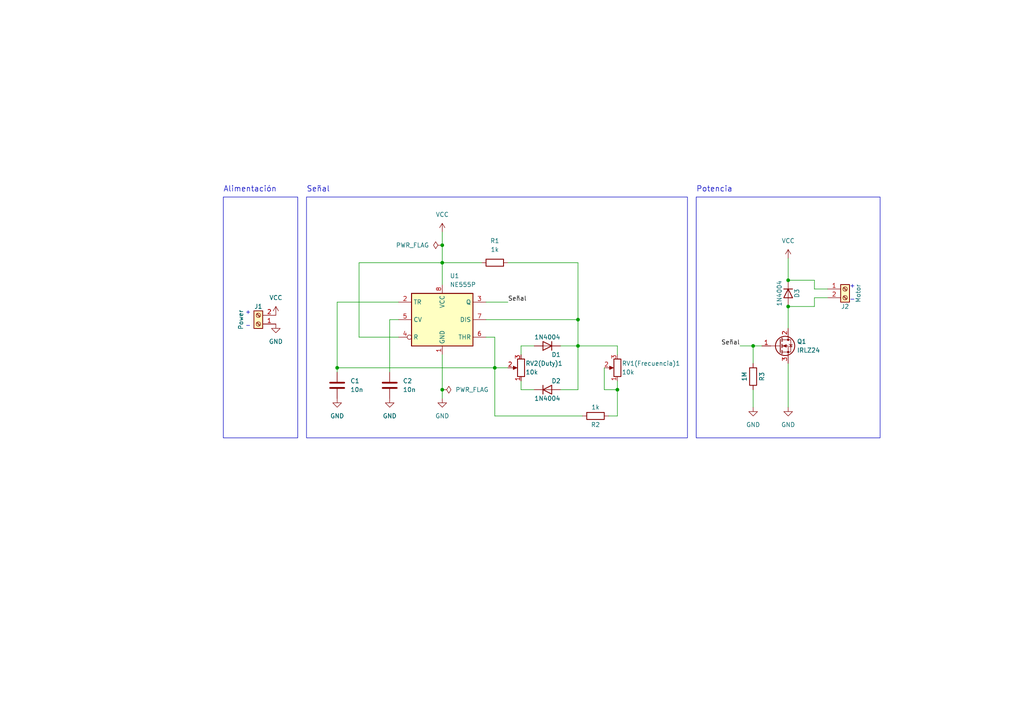
<source format=kicad_sch>
(kicad_sch (version 20230121) (generator eeschema)
  (paper "A4")
  (title_block (title "Control motor con señal cuadrada variable en frec. y duty") (date "2024-03-02") (rev "1.0") (comment 1 "Por: Alejandro Alonso Puig"))
  (lib_symbols
    (symbol "Connector:Screw_Terminal_01x02" (pin_names (offset 1.016) hide)
      (property "Reference" "J" (at 0 2.54 0))
      (property "Value" "Screw_Terminal_01x02" (at 0 -5.08 0))
      (symbol "Screw_Terminal_01x02_1_1"
        (rectangle (start -1.27 1.27) (end 1.27 -3.81) (stroke (width 0.254)) (fill (type background)))
        (circle (center 0 -2.54) (radius 0.635) (stroke (width 0.1524)))
        (polyline (pts (xy -0.5334 -2.2098) (xy 0.3302 -3.048)) (stroke (width 0.1524)))
        (polyline (pts (xy -0.5334 0.3302) (xy 0.3302 -0.508)) (stroke (width 0.1524)))
        (polyline (pts (xy -0.3556 -2.032) (xy 0.508 -2.8702)) (stroke (width 0.1524)))
        (polyline (pts (xy -0.3556 0.508) (xy 0.508 -0.3302)) (stroke (width 0.1524)))
        (circle (center 0 0) (radius 0.635) (stroke (width 0.1524)))
        (pin passive line (at -5.08 0 0) (length 3.81) (name "Pin_1") (number "1"))
        (pin passive line (at -5.08 -2.54 0) (length 3.81) (name "Pin_2") (number "2"))
      )
    )
    (symbol "Device:C" (pin_numbers hide) (pin_names (offset 0.254))
      (property "Reference" "C" (at 0.635 2.54 0))
      (property "Value" "C" (at 0.635 -2.54 0))
      (symbol "C_0_1"
        (polyline (pts (xy -2.032 -0.762) (xy 2.032 -0.762)) (stroke (width 0.508)))
        (polyline (pts (xy -2.032 0.762) (xy 2.032 0.762)) (stroke (width 0.508)))
      )
      (symbol "C_1_1"
        (pin passive line (at 0 3.81 270) (length 2.794) (name "~") (number "1"))
        (pin passive line (at 0 -3.81 90) (length 2.794) (name "~") (number "2"))
      )
    )
    (symbol "Device:R" (pin_numbers hide) (pin_names (offset 0))
      (property "Reference" "R" (at 2.032 0 90))
      (property "Value" "R" (at 0 0 90))
      (symbol "R_0_1"
        (rectangle (start -1.016 -2.54) (end 1.016 2.54) (stroke (width 0.254)))
      )
      (symbol "R_1_1"
        (pin passive line (at 0 3.81 270) (length 1.27) (name "~") (number "1"))
        (pin passive line (at 0 -3.81 90) (length 1.27) (name "~") (number "2"))
      )
    )
    (symbol "Device:R_Potentiometer" (pin_names (offset 1.016) hide)
      (property "Reference" "RV" (at -4.445 0 90))
      (property "Value" "R_Potentiometer" (at -2.54 0 90))
      (symbol "R_Potentiometer_0_1"
        (polyline (pts (xy 2.54 0) (xy 1.524 0)))
        (polyline (pts (xy 1.143 0) (xy 2.286 0.508) (xy 2.286 -0.508) (xy 1.143 0)) (fill (type outline)))
        (rectangle (start 1.016 2.54) (end -1.016 -2.54) (stroke (width 0.254)))
      )
      (symbol "R_Potentiometer_1_1"
        (pin passive line (at 0 3.81 270) (length 1.27) (name "1") (number "1"))
        (pin passive line (at 3.81 0 180) (length 1.27) (name "2") (number "2"))
        (pin passive line (at 0 -3.81 90) (length 1.27) (name "3") (number "3"))
      )
    )
    (symbol "Diode:1N4004" (pin_numbers hide) (pin_names hide)
      (property "Reference" "D" (at 0 2.54 0))
      (property "Value" "1N4004" (at 0 -2.54 0))
      (symbol "1N4004_0_1"
        (polyline (pts (xy -1.27 1.27) (xy -1.27 -1.27)) (stroke (width 0.254)))
        (polyline (pts (xy 1.27 0) (xy -1.27 0)))
        (polyline (pts (xy 1.27 1.27) (xy 1.27 -1.27) (xy -1.27 0) (xy 1.27 1.27)) (stroke (width 0.254)))
      )
      (symbol "1N4004_1_1"
        (pin passive line (at -3.81 0 0) (length 2.54) (name "K") (number "1"))
        (pin passive line (at 3.81 0 180) (length 2.54) (name "A") (number "2"))
      )
    )
    (symbol "Timer:NE555P"
      (property "Reference" "U" (at -10.16 8.89 0))
      (property "Value" "NE555P" (at 2.54 8.89 0))
      (symbol "NE555P_0_0"
        (pin power_in line (at 0 -10.16 90) (length 2.54) (name "GND") (number "1"))
        (pin power_in line (at 0 10.16 270) (length 2.54) (name "VCC") (number "8"))
      )
      (symbol "NE555P_0_1"
        (rectangle (start -8.89 -7.62) (end 8.89 7.62) (stroke (width 0.254)) (fill (type background)))
        (rectangle (start -8.89 -7.62) (end 8.89 7.62) (stroke (width 0.254)) (fill (type background)))
      )
      (symbol "NE555P_1_1"
        (pin input line (at -12.7 5.08 0) (length 3.81) (name "TR") (number "2"))
        (pin output line (at 12.7 5.08 180) (length 3.81) (name "Q") (number "3"))
        (pin input inverted (at -12.7 -5.08 0) (length 3.81) (name "R") (number "4"))
        (pin input line (at -12.7 0 0) (length 3.81) (name "CV") (number "5"))
        (pin input line (at 12.7 -5.08 180) (length 3.81) (name "THR") (number "6"))
        (pin input line (at 12.7 0 180) (length 3.81) (name "DIS") (number "7"))
      )
    )
    (symbol "Transistor_FET:IRLZ24" (pin_names hide)
      (property "Reference" "Q" (at 6.35 1.905 0))
      (property "Value" "IRLZ24" (at 6.35 0 0))
      (symbol "IRLZ24_0_1"
        (polyline (pts (xy 0.254 0) (xy -2.54 0)))
        (polyline (pts (xy 0.254 1.905) (xy 0.254 -1.905)) (stroke (width 0.254)))
        (polyline (pts (xy 0.762 -1.27) (xy 0.762 -2.286)) (stroke (width 0.254)))
        (polyline (pts (xy 0.762 0.508) (xy 0.762 -0.508)) (stroke (width 0.254)))
        (polyline (pts (xy 0.762 2.286) (xy 0.762 1.27)) (stroke (width 0.254)))
        (polyline (pts (xy 2.54 2.54) (xy 2.54 1.778)))
        (polyline (pts (xy 2.54 -2.54) (xy 2.54 0) (xy 0.762 0)))
        (polyline (pts (xy 0.762 -1.778) (xy 3.302 -1.778) (xy 3.302 1.778) (xy 0.762 1.778)))
        (polyline (pts (xy 1.016 0) (xy 2.032 0.381) (xy 2.032 -0.381) (xy 1.016 0)) (fill (type outline)))
        (polyline (pts (xy 2.794 0.508) (xy 2.921 0.381) (xy 3.683 0.381) (xy 3.81 0.254)))
        (polyline (pts (xy 3.302 0.381) (xy 2.921 -0.254) (xy 3.683 -0.254) (xy 3.302 0.381)))
        (circle (center 1.651 0) (radius 2.794) (stroke (width 0.254)))
        (circle (center 2.54 -1.778) (radius 0.254) (fill (type outline)))
        (circle (center 2.54 1.778) (radius 0.254) (fill (type outline)))
      )
      (symbol "IRLZ24_1_1"
        (pin input line (at -5.08 0 0) (length 2.54) (name "G") (number "1"))
        (pin passive line (at 2.54 5.08 270) (length 2.54) (name "D") (number "2"))
        (pin passive line (at 2.54 -5.08 90) (length 2.54) (name "S") (number "3"))
      )
    )
    (symbol "power:GND" (power) (pin_names (offset 0))
      (property "Value" "GND" (at 0 -3.81 0))
      (symbol "GND_0_1"
        (polyline (pts (xy 0 0) (xy 0 -1.27) (xy 1.27 -1.27) (xy 0 -2.54) (xy -1.27 -1.27) (xy 0 -1.27)))
      )
      (symbol "GND_1_1"
        (pin power_in line (at 0 0 270) (length 0) hide (name "GND") (number "1"))
      )
    )
    (symbol "power:PWR_FLAG" (power) (pin_numbers hide) (pin_names (offset 0) hide)
      (property "Value" "PWR_FLAG" (at 0 3.81 0))
      (symbol "PWR_FLAG_0_0"
        (pin power_out line (at 0 0 90) (length 0) (name "pwr") (number "1"))
      )
      (symbol "PWR_FLAG_0_1"
        (polyline (pts (xy 0 0) (xy 0 1.27) (xy -1.016 1.905) (xy 0 2.54) (xy 1.016 1.905) (xy 0 1.27)))
      )
    )
    (symbol "power:VCC" (power) (pin_names (offset 0))
      (property "Value" "VCC" (at 0 3.81 0))
      (symbol "VCC_0_1"
        (polyline (pts (xy -0.762 1.27) (xy 0 2.54)))
        (polyline (pts (xy 0 0) (xy 0 2.54)))
        (polyline (pts (xy 0 2.54) (xy 0.762 1.27)))
      )
      (symbol "VCC_1_1"
        (pin power_in line (at 0 0 90) (length 0) hide (name "VCC") (number "1"))
      )
    )
  )
  (junction (at 128.27 71.12))
  (junction (at 128.27 113.03))
  (junction (at 167.64 100.33))
  (junction (at 143.51 106.68))
  (junction (at 228.6 88.9))
  (junction (at 179.07 113.03))
  (junction (at 128.27 76.2))
  (junction (at 167.64 92.71))
  (junction (at 228.6 81.28))
  (junction (at 97.79 106.68))
  (junction (at 218.44 100.33))
  (wire (pts (xy 97.79 87.63) (xy 115.57 87.63)))
  (wire (pts (xy 154.94 113.03) (xy 151.13 113.03)))
  (wire (pts (xy 175.26 106.68) (xy 175.26 113.03)))
  (wire (pts (xy 218.44 113.03) (xy 218.44 118.11)))
  (wire (pts (xy 143.51 97.79) (xy 143.51 106.68)))
  (wire (pts (xy 218.44 100.33) (xy 218.44 105.41)))
  (wire (pts (xy 168.91 120.65) (xy 143.51 120.65)))
  (wire (pts (xy 128.27 102.87) (xy 128.27 113.03)))
  (wire (pts (xy 140.97 92.71) (xy 167.64 92.71)))
  (wire (pts (xy 240.03 86.36) (xy 236.22 86.36)))
  (wire (pts (xy 167.64 113.03) (xy 162.56 113.03)))
  (wire (pts (xy 236.22 88.9) (xy 228.6 88.9)))
  (wire (pts (xy 115.57 92.71) (xy 113.03 92.71)))
  (wire (pts (xy 128.27 71.12) (xy 128.27 76.2)))
  (wire (pts (xy 128.27 76.2) (xy 139.7 76.2)))
  (wire (pts (xy 147.32 76.2) (xy 167.64 76.2)))
  (wire (pts (xy 228.6 74.93) (xy 228.6 81.28)))
  (wire (pts (xy 240.03 83.82) (xy 236.22 83.82)))
  (wire (pts (xy 113.03 92.71) (xy 113.03 107.95)))
  (wire (pts (xy 128.27 67.31) (xy 128.27 71.12)))
  (wire (pts (xy 220.98 100.33) (xy 218.44 100.33)))
  (wire (pts (xy 214.63 100.33) (xy 218.44 100.33)))
  (wire (pts (xy 167.64 76.2) (xy 167.64 92.71)))
  (wire (pts (xy 179.07 113.03) (xy 175.26 113.03)))
  (wire (pts (xy 151.13 100.33) (xy 154.94 100.33)))
  (wire (pts (xy 97.79 106.68) (xy 97.79 87.63)))
  (wire (pts (xy 143.51 106.68) (xy 143.51 120.65)))
  (wire (pts (xy 104.14 97.79) (xy 104.14 76.2)))
  (wire (pts (xy 162.56 100.33) (xy 167.64 100.33)))
  (wire (pts (xy 236.22 83.82) (xy 236.22 81.28)))
  (wire (pts (xy 104.14 76.2) (xy 128.27 76.2)))
  (wire (pts (xy 140.97 97.79) (xy 143.51 97.79)))
  (wire (pts (xy 179.07 110.49) (xy 179.07 113.03)))
  (wire (pts (xy 147.32 87.63) (xy 140.97 87.63)))
  (wire (pts (xy 179.07 113.03) (xy 179.07 120.65)))
  (wire (pts (xy 167.64 100.33) (xy 179.07 100.33)))
  (wire (pts (xy 228.6 88.9) (xy 228.6 95.25)))
  (wire (pts (xy 228.6 118.11) (xy 228.6 105.41)))
  (wire (pts (xy 97.79 106.68) (xy 143.51 106.68)))
  (wire (pts (xy 128.27 76.2) (xy 128.27 82.55)))
  (wire (pts (xy 236.22 81.28) (xy 228.6 81.28)))
  (wire (pts (xy 151.13 102.87) (xy 151.13 100.33)))
  (wire (pts (xy 115.57 97.79) (xy 104.14 97.79)))
  (wire (pts (xy 167.64 113.03) (xy 167.64 100.33)))
  (wire (pts (xy 128.27 113.03) (xy 128.27 115.57)))
  (wire (pts (xy 236.22 86.36) (xy 236.22 88.9)))
  (wire (pts (xy 167.64 92.71) (xy 167.64 100.33)))
  (wire (pts (xy 151.13 113.03) (xy 151.13 110.49)))
  (wire (pts (xy 176.53 120.65) (xy 179.07 120.65)))
  (wire (pts (xy 97.79 107.95) (xy 97.79 106.68)))
  (wire (pts (xy 143.51 106.68) (xy 147.32 106.68)))
  (wire (pts (xy 179.07 102.87) (xy 179.07 100.33)))
  (rectangle (start 88.9 57.15) (end 199.39 127))
  (rectangle (start 64.77 57.15) (end 86.36 127))
  (rectangle (start 201.93 57.15) (end 255.27 127))
  (text "Alimentación" (at 64.77 55.88 0) (effects (font (size 1.6 1.6)) (justify left bottom)))
  (text "Potencia" (at 201.93 55.88 0) (effects (font (size 1.6 1.6)) (justify left bottom)))
  (text "+\n\n-" (at 71.12 95.25 0) (effects (font (size 1.2 1.2)) (justify left bottom)))
  (text "+\n\n-" (at 246.38 87.63 0) (effects (font (size 1.2 1.2)) (justify left bottom)))
  (text "Señal" (at 88.9 55.88 0) (effects (font (size 1.6 1.6)) (justify left bottom)))
  (label "Señal" (at 147.32 87.63 0))
  (label "Señal" (at 214.63 100.33 180))
  (symbol (lib_id "Diode:1N4004") (at 228.6 85.09 270) (unit 1)
    (property "Reference" "D3" (at 231.14 85.09 0))
    (property "Value" "1N4004" (at 226.06 85.09 0))
    (property "Footprint" "Diode_THT:D_DO-41_SOD81_P10.16mm_Horizontal" (effects hide))
    (property "Datasheet" "http://www.vishay.com/docs/88503/1n4001.pdf" (effects hide))
    (property "Sim.Device" "D" (effects hide))
    (property "Sim.Pins" "1=K 2=A" (effects hide))
  )
  (symbol (lib_id "Transistor_FET:IRLZ24") (at 226.06 100.33 0) (unit 1)
    (property "Reference" "Q1" (at 231.14 99.06 0) (effects (justify left)))
    (property "Value" "IRLZ24" (at 231.14 101.6 0) (effects (justify left)))
    (property "Footprint" "Package_TO_SOT_THT:TO-220-3_Vertical" (effects hide))
    (property "Datasheet" "https://www.vishay.com/docs/91326/sihlz24.pdf" (effects hide))
  )
  (symbol (lib_id "Device:R_Potentiometer") (at 179.07 106.68 180) (unit 1)
    (property "Reference" "RV1(Frecuencia)1" (at 180.34 105.41 0) (effects (justify right)))
    (property "Value" "10k" (at 180.34 107.95 0) (effects (justify right)))
    (property "Footprint" "Potentiometer_THT:Potentiometer_Bourns_3296W_Vertical" (effects hide))
  )
  (symbol (lib_id "power:GND") (at 97.79 115.57 0) (unit 1)
    (property "Reference" "#PWR03" (effects hide))
    (property "Value" "GND" (at 97.79 120.65 0))
  )
  (symbol (lib_id "power:VCC") (at 80.01 91.44 0) (unit 1)
    (property "Reference" "#PWR06" (effects hide))
    (property "Value" "VCC" (at 80.01 86.36 0))
  )
  (symbol (lib_id "Device:R") (at 172.72 120.65 270) (unit 1)
    (property "Reference" "R2" (at 172.72 123.19 90))
    (property "Value" "1k" (at 172.72 118.11 90))
    (property "Footprint" "Resistor_THT:R_Axial_DIN0207_L6.3mm_D2.5mm_P10.16mm_Horizontal" (effects hide))
  )
  (symbol (lib_id "Device:R") (at 143.51 76.2 270) (unit 1)
    (property "Reference" "R1" (at 143.51 69.85 90))
    (property "Value" "1k" (at 143.51 72.39 90))
    (property "Footprint" "Resistor_THT:R_Axial_DIN0207_L6.3mm_D2.5mm_P10.16mm_Horizontal" (effects hide))
  )
  (symbol (lib_id "Diode:1N4004") (at 158.75 113.03 0) (unit 1)
    (property "Reference" "D2" (at 161.29 110.49 0))
    (property "Value" "1N4004" (at 158.75 115.57 0))
    (property "Footprint" "Diode_THT:D_DO-41_SOD81_P10.16mm_Horizontal" (effects hide))
    (property "Datasheet" "http://www.vishay.com/docs/88503/1n4001.pdf" (effects hide))
    (property "Sim.Device" "D" (effects hide))
    (property "Sim.Pins" "1=K 2=A" (effects hide))
  )
  (symbol (lib_id "Device:C") (at 113.03 111.76 0) (unit 1)
    (property "Reference" "C2" (at 116.84 110.49 0) (effects (justify left)))
    (property "Value" "10n" (at 116.84 113.03 0) (effects (justify left)))
    (property "Footprint" "Capacitor_THT:C_Disc_D7.5mm_W2.5mm_P5.00mm" (effects hide))
  )
  (symbol (lib_id "power:GND") (at 228.6 118.11 0) (unit 1)
    (property "Reference" "#PWR07" (effects hide))
    (property "Value" "GND" (at 228.6 123.19 0))
  )
  (symbol (lib_id "Timer:NE555P") (at 128.27 92.71 0) (unit 1)
    (property "Reference" "U1" (at 130.4641 80.01 0) (effects (justify left)))
    (property "Value" "NE555P" (at 130.4641 82.55 0) (effects (justify left)))
    (property "Footprint" "Package_DIP:DIP-8_W7.62mm" (effects hide))
    (property "Datasheet" "http://www.ti.com/lit/ds/symlink/ne555.pdf" (effects hide))
  )
  (symbol (lib_id "Device:C") (at 97.79 111.76 0) (unit 1)
    (property "Reference" "C1" (at 101.6 110.49 0) (effects (justify left)))
    (property "Value" "10n" (at 101.6 113.03 0) (effects (justify left)))
    (property "Footprint" "Capacitor_THT:C_Disc_D7.5mm_W2.5mm_P5.00mm" (effects hide))
  )
  (symbol (lib_id "Connector:Screw_Terminal_01x02") (at 245.11 83.82 0) (unit 1)
    (property "Reference" "J2" (at 245.11 88.9 0))
    (property "Value" "Motor" (at 248.92 85.09 90))
    (property "Footprint" "TerminalBlock_Phoenix:TerminalBlock_Phoenix_MKDS-1,5-2_1x02_P5.00mm_Horizontal" (effects hide))
  )
  (symbol (lib_id "Device:R") (at 218.44 109.22 0) (unit 1)
    (property "Reference" "R3" (at 220.98 109.22 90))
    (property "Value" "1M" (at 215.9 109.22 90))
    (property "Footprint" "Resistor_THT:R_Axial_DIN0207_L6.3mm_D2.5mm_P10.16mm_Horizontal" (effects hide))
  )
  (symbol (lib_id "power:GND") (at 113.03 115.57 0) (unit 1)
    (property "Reference" "#PWR04" (effects hide))
    (property "Value" "GND" (at 113.03 120.65 0))
  )
  (symbol (lib_id "power:GND") (at 80.01 93.98 0) (unit 1)
    (property "Reference" "#PWR05" (effects hide))
    (property "Value" "GND" (at 80.01 99.06 0))
  )
  (symbol (lib_id "power:GND") (at 218.44 118.11 0) (unit 1)
    (property "Reference" "#PWR08" (effects hide))
    (property "Value" "GND" (at 218.44 123.19 0))
  )
  (symbol (lib_id "power:VCC") (at 128.27 67.31 0) (unit 1)
    (property "Reference" "#PWR02" (effects hide))
    (property "Value" "VCC" (at 128.27 62.23 0))
  )
  (symbol (lib_id "Diode:1N4004") (at 158.75 100.33 180) (unit 1)
    (property "Reference" "D1" (at 161.29 102.87 0))
    (property "Value" "1N4004" (at 158.75 97.79 0))
    (property "Footprint" "Diode_THT:D_DO-41_SOD81_P10.16mm_Horizontal" (effects hide))
    (property "Datasheet" "http://www.vishay.com/docs/88503/1n4001.pdf" (effects hide))
    (property "Sim.Device" "D" (effects hide))
    (property "Sim.Pins" "1=K 2=A" (effects hide))
  )
  (symbol (lib_id "power:VCC") (at 228.6 74.93 0) (unit 1)
    (property "Reference" "#PWR09" (effects hide))
    (property "Value" "VCC" (at 228.6 69.85 0))
  )
  (symbol (lib_id "power:PWR_FLAG") (at 128.27 113.03 270) (unit 1)
    (property "Reference" "#FLG02" (effects hide))
    (property "Value" "PWR_FLAG" (at 132.08 113.03 90) (effects (justify left)))
  )
  (symbol (lib_id "Connector:Screw_Terminal_01x02") (at 74.93 93.98 180) (unit 1)
    (property "Reference" "J1" (at 74.93 88.9 0))
    (property "Value" "Power" (at 69.85 92.71 90))
    (property "Footprint" "TerminalBlock_Phoenix:TerminalBlock_Phoenix_MKDS-1,5-2_1x02_P5.00mm_Horizontal" (effects hide))
  )
  (symbol (lib_id "Device:R_Potentiometer") (at 151.13 106.68 180) (unit 1)
    (property "Reference" "RV2(Duty)1" (at 152.4 105.41 0) (effects (justify right)))
    (property "Value" "10k" (at 152.4 107.95 0) (effects (justify right)))
    (property "Footprint" "Potentiometer_THT:Potentiometer_Bourns_3296W_Vertical" (effects hide))
  )
  (symbol (lib_id "power:PWR_FLAG") (at 128.27 71.12 90) (unit 1)
    (property "Reference" "#FLG01" (effects hide))
    (property "Value" "PWR_FLAG" (at 124.46 71.12 90) (effects (justify left)))
  )
  (symbol (lib_id "power:GND") (at 128.27 115.57 0) (unit 1)
    (property "Reference" "#PWR01" (effects hide))
    (property "Value" "GND" (at 128.27 120.65 0))
  )
)
</source>
